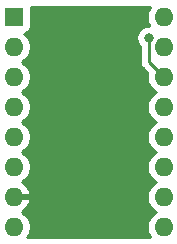
<source format=gbr>
G04 #@! TF.GenerationSoftware,KiCad,Pcbnew,(5.1.5)-3*
G04 #@! TF.CreationDate,2020-06-24T12:54:59-05:00*
G04 #@! TF.ProjectId,pt100stick,70743130-3073-4746-9963-6b2e6b696361,rev?*
G04 #@! TF.SameCoordinates,Original*
G04 #@! TF.FileFunction,Copper,L2,Bot*
G04 #@! TF.FilePolarity,Positive*
%FSLAX46Y46*%
G04 Gerber Fmt 4.6, Leading zero omitted, Abs format (unit mm)*
G04 Created by KiCad (PCBNEW (5.1.5)-3) date 2020-06-24 12:54:59*
%MOMM*%
%LPD*%
G04 APERTURE LIST*
%ADD10O,1.600000X1.600000*%
%ADD11R,1.600000X1.600000*%
%ADD12C,0.800000*%
%ADD13C,0.250000*%
%ADD14C,0.254000*%
G04 APERTURE END LIST*
D10*
X154940000Y-71120000D03*
X142240000Y-88900000D03*
X154940000Y-73660000D03*
X142240000Y-86360000D03*
X154940000Y-76200000D03*
X142240000Y-83820000D03*
X154940000Y-78740000D03*
X142240000Y-81280000D03*
X154940000Y-81280000D03*
X142240000Y-78740000D03*
X154940000Y-83820000D03*
X142240000Y-76200000D03*
X154940000Y-86360000D03*
X142240000Y-73660000D03*
X154940000Y-88900000D03*
D11*
X142240000Y-71120000D03*
D12*
X152717500Y-70993000D03*
X147193000Y-78613000D03*
X153670000Y-72898000D03*
D13*
X154559000Y-78359000D02*
X154940000Y-78740000D01*
X154686000Y-78994000D02*
X154940000Y-78740000D01*
X153670000Y-74930000D02*
X154940000Y-76200000D01*
X153670000Y-72898000D02*
X153670000Y-74930000D01*
D14*
G36*
X153668320Y-70440273D02*
G01*
X153560147Y-70701426D01*
X153505000Y-70978665D01*
X153505000Y-71261335D01*
X153560147Y-71538574D01*
X153668320Y-71799727D01*
X153710598Y-71863000D01*
X153568061Y-71863000D01*
X153368102Y-71902774D01*
X153179744Y-71980795D01*
X153010226Y-72094063D01*
X152866063Y-72238226D01*
X152752795Y-72407744D01*
X152674774Y-72596102D01*
X152635000Y-72796061D01*
X152635000Y-72999939D01*
X152674774Y-73199898D01*
X152752795Y-73388256D01*
X152866063Y-73557774D01*
X152910000Y-73601711D01*
X152910001Y-74892668D01*
X152906324Y-74930000D01*
X152910001Y-74967333D01*
X152920998Y-75078986D01*
X152925856Y-75095000D01*
X152964454Y-75222246D01*
X153035026Y-75354276D01*
X153106201Y-75441002D01*
X153130000Y-75470001D01*
X153158998Y-75493799D01*
X153541312Y-75876114D01*
X153505000Y-76058665D01*
X153505000Y-76341335D01*
X153560147Y-76618574D01*
X153668320Y-76879727D01*
X153825363Y-77114759D01*
X154025241Y-77314637D01*
X154257759Y-77470000D01*
X154025241Y-77625363D01*
X153825363Y-77825241D01*
X153668320Y-78060273D01*
X153560147Y-78321426D01*
X153505000Y-78598665D01*
X153505000Y-78881335D01*
X153560147Y-79158574D01*
X153668320Y-79419727D01*
X153825363Y-79654759D01*
X154025241Y-79854637D01*
X154257759Y-80010000D01*
X154025241Y-80165363D01*
X153825363Y-80365241D01*
X153668320Y-80600273D01*
X153560147Y-80861426D01*
X153505000Y-81138665D01*
X153505000Y-81421335D01*
X153560147Y-81698574D01*
X153668320Y-81959727D01*
X153825363Y-82194759D01*
X154025241Y-82394637D01*
X154257759Y-82550000D01*
X154025241Y-82705363D01*
X153825363Y-82905241D01*
X153668320Y-83140273D01*
X153560147Y-83401426D01*
X153505000Y-83678665D01*
X153505000Y-83961335D01*
X153560147Y-84238574D01*
X153668320Y-84499727D01*
X153825363Y-84734759D01*
X154025241Y-84934637D01*
X154257759Y-85090000D01*
X154025241Y-85245363D01*
X153825363Y-85445241D01*
X153668320Y-85680273D01*
X153560147Y-85941426D01*
X153505000Y-86218665D01*
X153505000Y-86501335D01*
X153560147Y-86778574D01*
X153668320Y-87039727D01*
X153825363Y-87274759D01*
X154025241Y-87474637D01*
X154257759Y-87630000D01*
X154025241Y-87785363D01*
X153825363Y-87985241D01*
X153668320Y-88220273D01*
X153560147Y-88481426D01*
X153505000Y-88758665D01*
X153505000Y-89041335D01*
X153560147Y-89318574D01*
X153668320Y-89579727D01*
X153774743Y-89739000D01*
X143405257Y-89739000D01*
X143511680Y-89579727D01*
X143619853Y-89318574D01*
X143675000Y-89041335D01*
X143675000Y-88758665D01*
X143619853Y-88481426D01*
X143511680Y-88220273D01*
X143354637Y-87985241D01*
X143154759Y-87785363D01*
X142919727Y-87628320D01*
X142909135Y-87623933D01*
X143095131Y-87512385D01*
X143303519Y-87323414D01*
X143471037Y-87097420D01*
X143591246Y-86843087D01*
X143631904Y-86709039D01*
X143509915Y-86487000D01*
X142367000Y-86487000D01*
X142367000Y-86507000D01*
X142113000Y-86507000D01*
X142113000Y-86487000D01*
X142093000Y-86487000D01*
X142093000Y-86233000D01*
X142113000Y-86233000D01*
X142113000Y-86213000D01*
X142367000Y-86213000D01*
X142367000Y-86233000D01*
X143509915Y-86233000D01*
X143631904Y-86010961D01*
X143591246Y-85876913D01*
X143471037Y-85622580D01*
X143303519Y-85396586D01*
X143095131Y-85207615D01*
X142909135Y-85096067D01*
X142919727Y-85091680D01*
X143154759Y-84934637D01*
X143354637Y-84734759D01*
X143511680Y-84499727D01*
X143619853Y-84238574D01*
X143675000Y-83961335D01*
X143675000Y-83678665D01*
X143619853Y-83401426D01*
X143511680Y-83140273D01*
X143354637Y-82905241D01*
X143154759Y-82705363D01*
X142922241Y-82550000D01*
X143154759Y-82394637D01*
X143354637Y-82194759D01*
X143511680Y-81959727D01*
X143619853Y-81698574D01*
X143675000Y-81421335D01*
X143675000Y-81138665D01*
X143619853Y-80861426D01*
X143511680Y-80600273D01*
X143354637Y-80365241D01*
X143154759Y-80165363D01*
X142922241Y-80010000D01*
X143154759Y-79854637D01*
X143354637Y-79654759D01*
X143511680Y-79419727D01*
X143619853Y-79158574D01*
X143675000Y-78881335D01*
X143675000Y-78598665D01*
X143619853Y-78321426D01*
X143511680Y-78060273D01*
X143354637Y-77825241D01*
X143154759Y-77625363D01*
X142922241Y-77470000D01*
X143154759Y-77314637D01*
X143354637Y-77114759D01*
X143511680Y-76879727D01*
X143619853Y-76618574D01*
X143675000Y-76341335D01*
X143675000Y-76058665D01*
X143619853Y-75781426D01*
X143511680Y-75520273D01*
X143354637Y-75285241D01*
X143154759Y-75085363D01*
X142922241Y-74930000D01*
X143154759Y-74774637D01*
X143354637Y-74574759D01*
X143511680Y-74339727D01*
X143619853Y-74078574D01*
X143675000Y-73801335D01*
X143675000Y-73518665D01*
X143619853Y-73241426D01*
X143511680Y-72980273D01*
X143354637Y-72745241D01*
X143156039Y-72546643D01*
X143164482Y-72545812D01*
X143284180Y-72509502D01*
X143394494Y-72450537D01*
X143491185Y-72371185D01*
X143570537Y-72274494D01*
X143629502Y-72164180D01*
X143665812Y-72044482D01*
X143678072Y-71920000D01*
X143678072Y-70320000D01*
X143674231Y-70281000D01*
X153774743Y-70281000D01*
X153668320Y-70440273D01*
G37*
X153668320Y-70440273D02*
X153560147Y-70701426D01*
X153505000Y-70978665D01*
X153505000Y-71261335D01*
X153560147Y-71538574D01*
X153668320Y-71799727D01*
X153710598Y-71863000D01*
X153568061Y-71863000D01*
X153368102Y-71902774D01*
X153179744Y-71980795D01*
X153010226Y-72094063D01*
X152866063Y-72238226D01*
X152752795Y-72407744D01*
X152674774Y-72596102D01*
X152635000Y-72796061D01*
X152635000Y-72999939D01*
X152674774Y-73199898D01*
X152752795Y-73388256D01*
X152866063Y-73557774D01*
X152910000Y-73601711D01*
X152910001Y-74892668D01*
X152906324Y-74930000D01*
X152910001Y-74967333D01*
X152920998Y-75078986D01*
X152925856Y-75095000D01*
X152964454Y-75222246D01*
X153035026Y-75354276D01*
X153106201Y-75441002D01*
X153130000Y-75470001D01*
X153158998Y-75493799D01*
X153541312Y-75876114D01*
X153505000Y-76058665D01*
X153505000Y-76341335D01*
X153560147Y-76618574D01*
X153668320Y-76879727D01*
X153825363Y-77114759D01*
X154025241Y-77314637D01*
X154257759Y-77470000D01*
X154025241Y-77625363D01*
X153825363Y-77825241D01*
X153668320Y-78060273D01*
X153560147Y-78321426D01*
X153505000Y-78598665D01*
X153505000Y-78881335D01*
X153560147Y-79158574D01*
X153668320Y-79419727D01*
X153825363Y-79654759D01*
X154025241Y-79854637D01*
X154257759Y-80010000D01*
X154025241Y-80165363D01*
X153825363Y-80365241D01*
X153668320Y-80600273D01*
X153560147Y-80861426D01*
X153505000Y-81138665D01*
X153505000Y-81421335D01*
X153560147Y-81698574D01*
X153668320Y-81959727D01*
X153825363Y-82194759D01*
X154025241Y-82394637D01*
X154257759Y-82550000D01*
X154025241Y-82705363D01*
X153825363Y-82905241D01*
X153668320Y-83140273D01*
X153560147Y-83401426D01*
X153505000Y-83678665D01*
X153505000Y-83961335D01*
X153560147Y-84238574D01*
X153668320Y-84499727D01*
X153825363Y-84734759D01*
X154025241Y-84934637D01*
X154257759Y-85090000D01*
X154025241Y-85245363D01*
X153825363Y-85445241D01*
X153668320Y-85680273D01*
X153560147Y-85941426D01*
X153505000Y-86218665D01*
X153505000Y-86501335D01*
X153560147Y-86778574D01*
X153668320Y-87039727D01*
X153825363Y-87274759D01*
X154025241Y-87474637D01*
X154257759Y-87630000D01*
X154025241Y-87785363D01*
X153825363Y-87985241D01*
X153668320Y-88220273D01*
X153560147Y-88481426D01*
X153505000Y-88758665D01*
X153505000Y-89041335D01*
X153560147Y-89318574D01*
X153668320Y-89579727D01*
X153774743Y-89739000D01*
X143405257Y-89739000D01*
X143511680Y-89579727D01*
X143619853Y-89318574D01*
X143675000Y-89041335D01*
X143675000Y-88758665D01*
X143619853Y-88481426D01*
X143511680Y-88220273D01*
X143354637Y-87985241D01*
X143154759Y-87785363D01*
X142919727Y-87628320D01*
X142909135Y-87623933D01*
X143095131Y-87512385D01*
X143303519Y-87323414D01*
X143471037Y-87097420D01*
X143591246Y-86843087D01*
X143631904Y-86709039D01*
X143509915Y-86487000D01*
X142367000Y-86487000D01*
X142367000Y-86507000D01*
X142113000Y-86507000D01*
X142113000Y-86487000D01*
X142093000Y-86487000D01*
X142093000Y-86233000D01*
X142113000Y-86233000D01*
X142113000Y-86213000D01*
X142367000Y-86213000D01*
X142367000Y-86233000D01*
X143509915Y-86233000D01*
X143631904Y-86010961D01*
X143591246Y-85876913D01*
X143471037Y-85622580D01*
X143303519Y-85396586D01*
X143095131Y-85207615D01*
X142909135Y-85096067D01*
X142919727Y-85091680D01*
X143154759Y-84934637D01*
X143354637Y-84734759D01*
X143511680Y-84499727D01*
X143619853Y-84238574D01*
X143675000Y-83961335D01*
X143675000Y-83678665D01*
X143619853Y-83401426D01*
X143511680Y-83140273D01*
X143354637Y-82905241D01*
X143154759Y-82705363D01*
X142922241Y-82550000D01*
X143154759Y-82394637D01*
X143354637Y-82194759D01*
X143511680Y-81959727D01*
X143619853Y-81698574D01*
X143675000Y-81421335D01*
X143675000Y-81138665D01*
X143619853Y-80861426D01*
X143511680Y-80600273D01*
X143354637Y-80365241D01*
X143154759Y-80165363D01*
X142922241Y-80010000D01*
X143154759Y-79854637D01*
X143354637Y-79654759D01*
X143511680Y-79419727D01*
X143619853Y-79158574D01*
X143675000Y-78881335D01*
X143675000Y-78598665D01*
X143619853Y-78321426D01*
X143511680Y-78060273D01*
X143354637Y-77825241D01*
X143154759Y-77625363D01*
X142922241Y-77470000D01*
X143154759Y-77314637D01*
X143354637Y-77114759D01*
X143511680Y-76879727D01*
X143619853Y-76618574D01*
X143675000Y-76341335D01*
X143675000Y-76058665D01*
X143619853Y-75781426D01*
X143511680Y-75520273D01*
X143354637Y-75285241D01*
X143154759Y-75085363D01*
X142922241Y-74930000D01*
X143154759Y-74774637D01*
X143354637Y-74574759D01*
X143511680Y-74339727D01*
X143619853Y-74078574D01*
X143675000Y-73801335D01*
X143675000Y-73518665D01*
X143619853Y-73241426D01*
X143511680Y-72980273D01*
X143354637Y-72745241D01*
X143156039Y-72546643D01*
X143164482Y-72545812D01*
X143284180Y-72509502D01*
X143394494Y-72450537D01*
X143491185Y-72371185D01*
X143570537Y-72274494D01*
X143629502Y-72164180D01*
X143665812Y-72044482D01*
X143678072Y-71920000D01*
X143678072Y-70320000D01*
X143674231Y-70281000D01*
X153774743Y-70281000D01*
X153668320Y-70440273D01*
M02*

</source>
